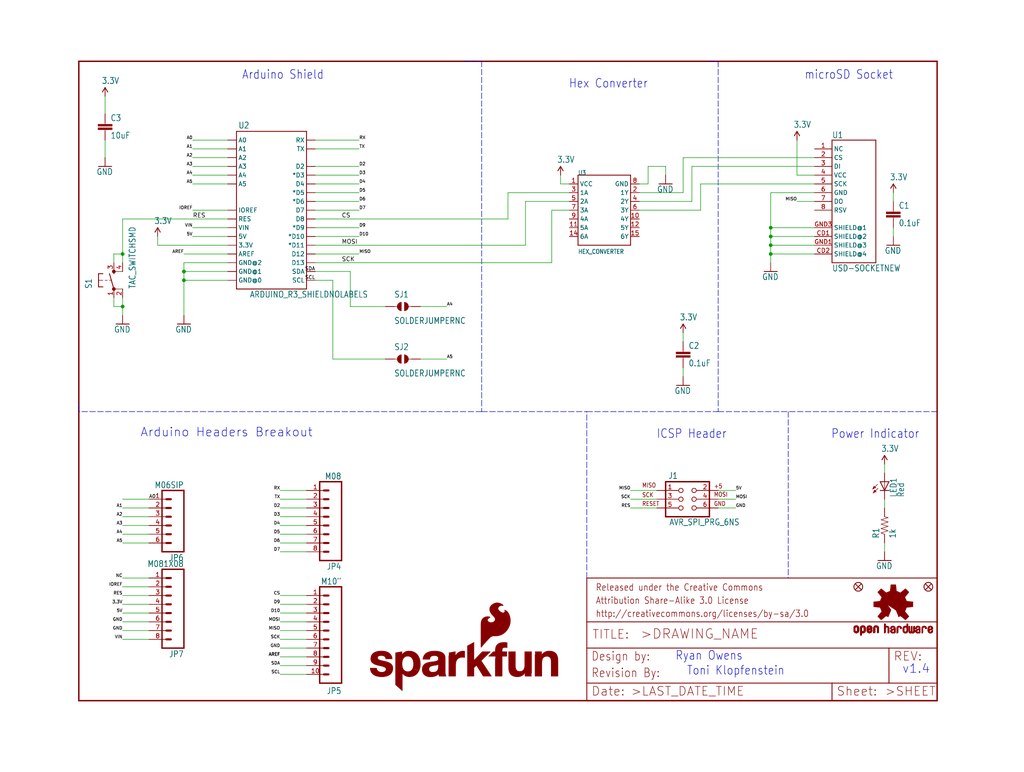
<source format=kicad_sch>
(kicad_sch (version 20211123) (generator eeschema)
  (paper "User" 297.002 223.926)
  (lib_symbols
    (symbol "schematicEagle-eagle-import:0.1UF-25V-5%(0603)"
      (property "Reference" "C" (at 1.524 2.921 0))
      (property "Value" "0.1UF-25V-5%(0603)" (at 1.524 -2.159 0))
      (symbol "0.1UF-25V-5%(0603)_1_0"
        (pin passive line (at 0 5.08 270) (length 2.54) (name "1") (number "1"))
        (pin passive line (at 0 -2.54 90) (length 2.54) (name "2") (number "2"))
      )
    )
    (symbol "schematicEagle-eagle-import:10UF-6.3V-20%(0603)"
      (property "Reference" "C" (at 1.524 2.921 0))
      (property "Value" "10UF-6.3V-20%(0603)" (at 1.524 -2.159 0))
      (symbol "10UF-6.3V-20%(0603)_1_0"
        (pin passive line (at 0 5.08 270) (length 2.54) (name "1") (number "1"))
        (pin passive line (at 0 -2.54 90) (length 2.54) (name "2") (number "2"))
      )
    )
    (symbol "schematicEagle-eagle-import:3.3V" (power)
      (property "Value" "3.3V" (at -1.016 3.556 0))
      (symbol "3.3V_1_0"
        (pin power_in line (at 0 0 90) (length 2.54) (name "3.3V") (number "1"))
      )
    )
    (symbol "schematicEagle-eagle-import:ARDUINO_R3_SHIELDNOLABELS"
      (property "Value" "ARDUINO_R3_SHIELDNOLABELS" (at -6.35 -27.94 0))
      (symbol "ARDUINO_R3_SHIELDNOLABELS_1_0"
        (pin bidirectional line (at -12.7 -12.7 0) (length 2.54) (name "3.3V") (number "3.3V"))
        (pin bidirectional line (at -12.7 -10.16 0) (length 2.54) (name "5V") (number "5V"))
        (pin bidirectional line (at -12.7 17.78 0) (length 2.54) (name "A0") (number "A0"))
        (pin bidirectional line (at -12.7 15.24 0) (length 2.54) (name "A1") (number "A1"))
        (pin bidirectional line (at -12.7 12.7 0) (length 2.54) (name "A2") (number "A2"))
        (pin bidirectional line (at -12.7 10.16 0) (length 2.54) (name "A3") (number "A3"))
        (pin bidirectional line (at -12.7 7.62 0) (length 2.54) (name "A4") (number "A4"))
        (pin bidirectional line (at -12.7 5.08 0) (length 2.54) (name "A5") (number "A5"))
        (pin bidirectional line (at -12.7 -15.24 0) (length 2.54) (name "AREF") (number "AREF"))
        (pin bidirectional line (at 12.7 -10.16 180) (length 2.54) (name "*D10") (number "D10"))
        (pin bidirectional line (at 12.7 -12.7 180) (length 2.54) (name "*D11") (number "D11"))
        (pin bidirectional line (at 12.7 -15.24 180) (length 2.54) (name "D12") (number "D12"))
        (pin bidirectional line (at 12.7 -17.78 180) (length 2.54) (name "D13") (number "D13"))
        (pin bidirectional line (at 12.7 10.16 180) (length 2.54) (name "D2") (number "D2"))
        (pin bidirectional line (at 12.7 7.62 180) (length 2.54) (name "*D3") (number "D3"))
        (pin bidirectional line (at 12.7 5.08 180) (length 2.54) (name "D4") (number "D4"))
        (pin bidirectional line (at 12.7 2.54 180) (length 2.54) (name "*D5") (number "D5"))
        (pin bidirectional line (at 12.7 0 180) (length 2.54) (name "*D6") (number "D6"))
        (pin bidirectional line (at 12.7 -2.54 180) (length 2.54) (name "D7") (number "D7"))
        (pin bidirectional line (at 12.7 -5.08 180) (length 2.54) (name "D8") (number "D8"))
        (pin bidirectional line (at 12.7 -7.62 180) (length 2.54) (name "*D9") (number "D9"))
        (pin bidirectional line (at -12.7 -22.86 0) (length 2.54) (name "GND@0") (number "GND@0"))
        (pin bidirectional line (at -12.7 -20.32 0) (length 2.54) (name "GND@1") (number "GND@1"))
        (pin bidirectional line (at -12.7 -17.78 0) (length 2.54) (name "GND@2") (number "GND@2"))
        (pin bidirectional line (at -12.7 -2.54 0) (length 2.54) (name "IOREF") (number "IOREF"))
        (pin bidirectional line (at -12.7 -5.08 0) (length 2.54) (name "RES") (number "RES"))
        (pin bidirectional line (at 12.7 17.78 180) (length 2.54) (name "RX") (number "RX"))
        (pin bidirectional line (at 12.7 -22.86 180) (length 2.54) (name "SCL") (number "SCL"))
        (pin bidirectional line (at 12.7 -20.32 180) (length 2.54) (name "SDA") (number "SDA"))
        (pin bidirectional line (at 12.7 15.24 180) (length 2.54) (name "TX") (number "TX"))
        (pin bidirectional line (at -12.7 -7.62 0) (length 2.54) (name "VIN") (number "VIN"))
      )
    )
    (symbol "schematicEagle-eagle-import:AVR_SPI_PRG_6NS"
      (property "Reference" "J" (at -4.318 5.842 0))
      (property "Value" "AVR_SPI_PRG_6NS" (at -4.064 -7.62 0))
      (symbol "AVR_SPI_PRG_6NS_1_0"
        (text "+5" (at 8.89 3.048 0) (effects (font (size 1.27 1.0795)) (justify left bottom)))
        (text "GND" (at 8.89 -2.032 0) (effects (font (size 1.27 1.0795)) (justify left bottom)))
        (text "MISO" (at -11.938 3.302 0) (effects (font (size 1.27 1.0795)) (justify left bottom)))
        (text "MOSI" (at 8.89 0.635 0) (effects (font (size 1.27 1.0795)) (justify left bottom)))
        (text "RESET" (at -11.938 -2.032 0) (effects (font (size 1.27 1.0795)) (justify left bottom)))
        (text "SCK" (at -11.938 0.508 0) (effects (font (size 1.27 1.0795)) (justify left bottom)))
        (pin passive inverted (at -7.62 2.54 0) (length 7.62) (name "1") (number "1"))
        (pin passive inverted (at 10.16 2.54 180) (length 7.62) (name "2") (number "2"))
        (pin passive inverted (at -7.62 0 0) (length 7.62) (name "3") (number "3"))
        (pin passive inverted (at 10.16 0 180) (length 7.62) (name "4") (number "4"))
        (pin passive inverted (at -7.62 -2.54 0) (length 7.62) (name "5") (number "5"))
        (pin passive inverted (at 10.16 -2.54 180) (length 7.62) (name "6") (number "6"))
      )
    )
    (symbol "schematicEagle-eagle-import:FIDUCIAL1X2")
    (symbol "schematicEagle-eagle-import:FRAME-LETTER"
      (symbol "FRAME-LETTER_2_0"
        (text ">DRAWING_NAME" (at 15.494 17.78 0) (effects (font (size 2.7432 2.7432)) (justify left bottom)))
        (text ">LAST_DATE_TIME" (at 12.7 1.27 0) (effects (font (size 2.54 2.54)) (justify left bottom)))
        (text ">SHEET" (at 86.36 1.27 0) (effects (font (size 2.54 2.54)) (justify left bottom)))
        (text "Attribution Share-Alike 3.0 License" (at 2.54 27.94 0) (effects (font (size 1.9304 1.6408)) (justify left bottom)))
        (text "Date:" (at 1.27 1.27 0) (effects (font (size 2.54 2.54)) (justify left bottom)))
        (text "Design by:" (at 1.27 11.43 0) (effects (font (size 2.54 2.159)) (justify left bottom)))
        (text "http://creativecommons.org/licenses/by-sa/3.0" (at 2.54 24.13 0) (effects (font (size 1.9304 1.6408)) (justify left bottom)))
        (text "Released under the Creative Commons" (at 2.54 31.75 0) (effects (font (size 1.9304 1.6408)) (justify left bottom)))
        (text "REV:" (at 88.9 11.43 0) (effects (font (size 2.54 2.54)) (justify left bottom)))
        (text "Sheet:" (at 72.39 1.27 0) (effects (font (size 2.54 2.54)) (justify left bottom)))
        (text "TITLE:" (at 1.524 17.78 0) (effects (font (size 2.54 2.54)) (justify left bottom)))
      )
    )
    (symbol "schematicEagle-eagle-import:GND" (power)
      (property "Value" "GND" (at -2.54 -2.54 0))
      (symbol "GND_1_0"
        (pin power_in line (at 0 2.54 270) (length 2.54) (name "GND") (number "1"))
      )
    )
    (symbol "schematicEagle-eagle-import:HEX_CONVERTER"
      (property "Reference" "U" (at -7.62 10.16 0))
      (property "Value" "HEX_CONVERTER" (at -7.62 -12.7 0))
      (symbol "HEX_CONVERTER_1_0"
        (pin bidirectional line (at -10.16 7.62 0) (length 2.54) (name "VCC") (number "1"))
        (pin bidirectional line (at 10.16 -2.54 180) (length 2.54) (name "4Y") (number "10"))
        (pin bidirectional line (at -10.16 -5.08 0) (length 2.54) (name "5A") (number "11"))
        (pin bidirectional line (at 10.16 -5.08 180) (length 2.54) (name "5Y") (number "12"))
        (pin bidirectional line (at -10.16 -7.62 0) (length 2.54) (name "6A") (number "14"))
        (pin bidirectional line (at 10.16 -7.62 180) (length 2.54) (name "6Y") (number "15"))
        (pin bidirectional line (at 10.16 5.08 180) (length 2.54) (name "1Y") (number "2"))
        (pin bidirectional line (at -10.16 5.08 0) (length 2.54) (name "1A") (number "3"))
        (pin bidirectional line (at 10.16 2.54 180) (length 2.54) (name "2Y") (number "4"))
        (pin bidirectional line (at -10.16 2.54 0) (length 2.54) (name "2A") (number "5"))
        (pin bidirectional line (at 10.16 0 180) (length 2.54) (name "3Y") (number "6"))
        (pin bidirectional line (at -10.16 0 0) (length 2.54) (name "3A") (number "7"))
        (pin bidirectional line (at 10.16 7.62 180) (length 2.54) (name "GND") (number "8"))
        (pin bidirectional line (at -10.16 -2.54 0) (length 2.54) (name "4A") (number "9"))
      )
    )
    (symbol "schematicEagle-eagle-import:LED0603"
      (property "Reference" "LED" (at 3.556 -4.572 90))
      (property "Value" "LED0603" (at 5.715 -4.572 90))
      (symbol "LED0603_1_0"
        (pin passive line (at 0 2.54 270) (length 2.54) (name "A") (number "A"))
        (pin passive line (at 0 -5.08 90) (length 2.54) (name "C") (number "C"))
      )
    )
    (symbol "schematicEagle-eagle-import:M06SIP"
      (property "Reference" "JP" (at -5.08 10.922 0))
      (property "Value" "M06SIP" (at -5.08 -10.16 0))
      (symbol "M06SIP_1_0"
        (pin passive line (at 5.08 -5.08 180) (length 5.08) (name "1") (number "1"))
        (pin passive line (at 5.08 -2.54 180) (length 5.08) (name "2") (number "2"))
        (pin passive line (at 5.08 0 180) (length 5.08) (name "3") (number "3"))
        (pin passive line (at 5.08 2.54 180) (length 5.08) (name "4") (number "4"))
        (pin passive line (at 5.08 5.08 180) (length 5.08) (name "5") (number "5"))
        (pin passive line (at 5.08 7.62 180) (length 5.08) (name "6") (number "6"))
      )
    )
    (symbol "schematicEagle-eagle-import:M08"
      (property "Reference" "JP" (at -5.08 13.462 0))
      (property "Value" "M08" (at -5.08 -12.7 0))
      (symbol "M08_1_0"
        (pin passive line (at 5.08 -7.62 180) (length 5.08) (name "1") (number "1"))
        (pin passive line (at 5.08 -5.08 180) (length 5.08) (name "2") (number "2"))
        (pin passive line (at 5.08 -2.54 180) (length 5.08) (name "3") (number "3"))
        (pin passive line (at 5.08 0 180) (length 5.08) (name "4") (number "4"))
        (pin passive line (at 5.08 2.54 180) (length 5.08) (name "5") (number "5"))
        (pin passive line (at 5.08 5.08 180) (length 5.08) (name "6") (number "6"))
        (pin passive line (at 5.08 7.62 180) (length 5.08) (name "7") (number "7"))
        (pin passive line (at 5.08 10.16 180) (length 5.08) (name "8") (number "8"))
      )
    )
    (symbol "schematicEagle-eagle-import:M081X08"
      (property "Reference" "JP" (at -5.08 13.462 0))
      (property "Value" "M081X08" (at -5.08 -12.7 0))
      (symbol "M081X08_1_0"
        (pin passive line (at 5.08 -7.62 180) (length 5.08) (name "1") (number "1"))
        (pin passive line (at 5.08 -5.08 180) (length 5.08) (name "2") (number "2"))
        (pin passive line (at 5.08 -2.54 180) (length 5.08) (name "3") (number "3"))
        (pin passive line (at 5.08 0 180) (length 5.08) (name "4") (number "4"))
        (pin passive line (at 5.08 2.54 180) (length 5.08) (name "5") (number "5"))
        (pin passive line (at 5.08 5.08 180) (length 5.08) (name "6") (number "6"))
        (pin passive line (at 5.08 7.62 180) (length 5.08) (name "7") (number "7"))
        (pin passive line (at 5.08 10.16 180) (length 5.08) (name "8") (number "8"))
      )
    )
    (symbol "schematicEagle-eagle-import:M10{dblquote}"
      (property "Reference" "JP" (at 0 8.89 0))
      (property "Value" "M10{dblquote}" (at 0 -22.86 0))
      (symbol "M10{dblquote}_1_0"
        (pin passive line (at 10.16 -17.78 180) (length 5.08) (name "1") (number "1"))
        (pin passive line (at 10.16 5.08 180) (length 5.08) (name "10") (number "10"))
        (pin passive line (at 10.16 -15.24 180) (length 5.08) (name "2") (number "2"))
        (pin passive line (at 10.16 -12.7 180) (length 5.08) (name "3") (number "3"))
        (pin passive line (at 10.16 -10.16 180) (length 5.08) (name "4") (number "4"))
        (pin passive line (at 10.16 -7.62 180) (length 5.08) (name "5") (number "5"))
        (pin passive line (at 10.16 -5.08 180) (length 5.08) (name "6") (number "6"))
        (pin passive line (at 10.16 -2.54 180) (length 5.08) (name "7") (number "7"))
        (pin passive line (at 10.16 0 180) (length 5.08) (name "8") (number "8"))
        (pin passive line (at 10.16 2.54 180) (length 5.08) (name "9") (number "9"))
      )
    )
    (symbol "schematicEagle-eagle-import:OSHW-LOGOM")
    (symbol "schematicEagle-eagle-import:RESISTOR0603-RES"
      (property "Reference" "R" (at -3.81 1.4986 0))
      (property "Value" "RESISTOR0603-RES" (at -3.81 -3.302 0))
      (symbol "RESISTOR0603-RES_1_0"
        (pin passive line (at -5.08 0 0) (length 2.54) (name "1") (number "1"))
        (pin passive line (at 5.08 0 180) (length 2.54) (name "2") (number "2"))
      )
    )
    (symbol "schematicEagle-eagle-import:REVISION"
      (symbol "REVISION_1_0"
        (text "Revision By: " (at 0 0 0) (effects (font (size 2.54 2.159)) (justify left bottom)))
      )
    )
    (symbol "schematicEagle-eagle-import:SFE_LOGO_FLAME.6_INCH")
    (symbol "schematicEagle-eagle-import:SFE_LOGO_NAME_FLAME.1_INCH")
    (symbol "schematicEagle-eagle-import:SOLDERJUMPERNC"
      (property "Reference" "SJ" (at -2.54 2.54 0))
      (property "Value" "SOLDERJUMPERNC" (at -2.54 -5.08 0))
      (symbol "SOLDERJUMPERNC_1_0"
        (pin passive line (at -5.08 0 0) (length 2.54) (name "1") (number "1"))
        (pin passive line (at 5.08 0 180) (length 2.54) (name "2") (number "2"))
      )
    )
    (symbol "schematicEagle-eagle-import:TAC_SWITCHSMD"
      (property "Reference" "S" (at -2.54 6.35 0))
      (property "Value" "TAC_SWITCHSMD" (at -2.54 -6.35 0))
      (symbol "TAC_SWITCHSMD_1_0"
        (pin passive line (at -5.08 0 0) (length 2.54) (name "1") (number "1"))
        (pin passive line (at -5.08 -2.54 0) (length 2.54) (name "2") (number "2"))
        (pin passive line (at 5.08 0 180) (length 2.54) (name "3") (number "3"))
        (pin passive line (at 5.08 -2.54 180) (length 2.54) (name "4") (number "4"))
      )
    )
    (symbol "schematicEagle-eagle-import:USD-SOCKETNEW"
      (property "Reference" "U" (at -2.54 15.748 0))
      (property "Value" "USD-SOCKETNEW" (at -2.54 -22.86 0))
      (symbol "USD-SOCKETNEW_1_0"
        (pin bidirectional line (at -7.62 12.7 0) (length 5.08) (name "NC") (number "1"))
        (pin bidirectional line (at -7.62 10.16 0) (length 5.08) (name "CS") (number "2"))
        (pin bidirectional line (at -7.62 7.62 0) (length 5.08) (name "DI") (number "3"))
        (pin bidirectional line (at -7.62 5.08 0) (length 5.08) (name "VCC") (number "4"))
        (pin bidirectional line (at -7.62 2.54 0) (length 5.08) (name "SCK") (number "5"))
        (pin bidirectional line (at -7.62 0 0) (length 5.08) (name "GND") (number "6"))
        (pin bidirectional line (at -7.62 -2.54 0) (length 5.08) (name "DO") (number "7"))
        (pin bidirectional line (at -7.62 -5.08 0) (length 5.08) (name "RSV") (number "8"))
        (pin bidirectional line (at -7.62 -12.7 0) (length 5.08) (name "SHIELD@2") (number "CD1"))
        (pin bidirectional line (at -7.62 -17.78 0) (length 5.08) (name "SHIELD@4") (number "CD2"))
        (pin bidirectional line (at -7.62 -15.24 0) (length 5.08) (name "SHIELD@3") (number "GND1"))
        (pin bidirectional line (at -7.62 -10.16 0) (length 5.08) (name "SHIELD@1") (number "GND3"))
      )
    )
  )
  (junction (at 223.52 68.58))
  (junction (at 53.34 78.74))
  (junction (at 223.52 66.04))
  (junction (at 223.52 71.12))
  (junction (at 223.52 73.66))
  (junction (at 35.56 88.9))
  (junction (at 35.56 73.66))
  (junction (at 53.34 81.28))
  (wire (pts (xy 152.4 71.12) (xy 91.44 71.12)))
  (wire (pts (xy 236.22 73.66) (xy 223.52 73.66)))
  (wire (pts (xy 198.12 96.52) (xy 198.12 99.06)))
  (wire (pts (xy 91.44 60.96) (xy 104.14 60.96)))
  (wire (pts (xy 198.12 45.72) (xy 236.22 45.72)))
  (polyline (pts (xy 139.7 17.78) (xy 139.7 119.38)))
  (wire (pts (xy 66.04 40.64) (xy 55.88 40.64)))
  (wire (pts (xy 236.22 58.42) (xy 231.14 58.42)))
  (wire (pts (xy 91.44 81.28) (xy 96.52 81.28)))
  (wire (pts (xy 43.18 157.48) (xy 35.56 157.48)))
  (wire (pts (xy 43.18 185.42) (xy 35.56 185.42)))
  (wire (pts (xy 121.92 104.14) (xy 129.54 104.14)))
  (wire (pts (xy 66.04 76.2) (xy 53.34 76.2)))
  (wire (pts (xy 165.1 55.88) (xy 147.32 55.88)))
  (wire (pts (xy 53.34 81.28) (xy 53.34 91.44)))
  (wire (pts (xy 223.52 68.58) (xy 223.52 71.12)))
  (wire (pts (xy 88.9 187.96) (xy 81.28 187.96)))
  (wire (pts (xy 66.04 45.72) (xy 55.88 45.72)))
  (wire (pts (xy 33.02 73.66) (xy 35.56 73.66)))
  (wire (pts (xy 91.44 63.5) (xy 147.32 63.5)))
  (wire (pts (xy 259.08 66.04) (xy 259.08 68.58)))
  (wire (pts (xy 43.18 154.94) (xy 35.56 154.94)))
  (polyline (pts (xy 22.86 119.38) (xy 22.86 116.84)))
  (wire (pts (xy 236.22 66.04) (xy 223.52 66.04)))
  (wire (pts (xy 91.44 43.18) (xy 104.14 43.18)))
  (polyline (pts (xy 208.28 17.78) (xy 208.28 119.38)))
  (wire (pts (xy 190.5 142.24) (xy 182.88 142.24)))
  (wire (pts (xy 147.32 55.88) (xy 147.32 63.5)))
  (polyline (pts (xy 170.18 119.38) (xy 208.28 119.38)))
  (wire (pts (xy 165.1 53.34) (xy 162.56 53.34)))
  (wire (pts (xy 198.12 106.68) (xy 198.12 109.22)))
  (wire (pts (xy 193.04 48.26) (xy 193.04 50.8)))
  (wire (pts (xy 88.9 185.42) (xy 81.28 185.42)))
  (polyline (pts (xy 205.74 17.78) (xy 208.28 17.78)))
  (wire (pts (xy 88.9 149.86) (xy 81.28 149.86)))
  (wire (pts (xy 236.22 71.12) (xy 223.52 71.12)))
  (wire (pts (xy 187.96 48.26) (xy 193.04 48.26)))
  (wire (pts (xy 45.72 71.12) (xy 45.72 68.58)))
  (wire (pts (xy 256.54 144.78) (xy 256.54 147.32)))
  (wire (pts (xy 88.9 175.26) (xy 81.28 175.26)))
  (wire (pts (xy 66.04 66.04) (xy 55.88 66.04)))
  (wire (pts (xy 66.04 48.26) (xy 55.88 48.26)))
  (wire (pts (xy 91.44 55.88) (xy 104.14 55.88)))
  (wire (pts (xy 91.44 66.04) (xy 104.14 66.04)))
  (wire (pts (xy 96.52 81.28) (xy 96.52 104.14)))
  (wire (pts (xy 43.18 152.4) (xy 35.56 152.4)))
  (wire (pts (xy 66.04 50.8) (xy 55.88 50.8)))
  (wire (pts (xy 88.9 152.4) (xy 81.28 152.4)))
  (wire (pts (xy 160.02 76.2) (xy 91.44 76.2)))
  (wire (pts (xy 223.52 71.12) (xy 223.52 73.66)))
  (wire (pts (xy 185.42 53.34) (xy 187.96 53.34)))
  (wire (pts (xy 187.96 53.34) (xy 187.96 48.26)))
  (wire (pts (xy 91.44 40.64) (xy 104.14 40.64)))
  (wire (pts (xy 203.2 60.96) (xy 185.42 60.96)))
  (wire (pts (xy 165.1 58.42) (xy 152.4 58.42)))
  (wire (pts (xy 208.28 142.24) (xy 213.36 142.24)))
  (wire (pts (xy 33.02 86.36) (xy 33.02 88.9)))
  (wire (pts (xy 88.9 142.24) (xy 81.28 142.24)))
  (wire (pts (xy 66.04 78.74) (xy 53.34 78.74)))
  (wire (pts (xy 66.04 68.58) (xy 55.88 68.58)))
  (wire (pts (xy 30.48 40.64) (xy 30.48 45.72)))
  (wire (pts (xy 236.22 68.58) (xy 223.52 68.58)))
  (wire (pts (xy 91.44 73.66) (xy 104.14 73.66)))
  (wire (pts (xy 259.08 55.88) (xy 259.08 58.42)))
  (wire (pts (xy 88.9 157.48) (xy 81.28 157.48)))
  (wire (pts (xy 66.04 63.5) (xy 35.56 63.5)))
  (wire (pts (xy 88.9 190.5) (xy 81.28 190.5)))
  (wire (pts (xy 236.22 53.34) (xy 203.2 53.34)))
  (polyline (pts (xy 208.28 119.38) (xy 228.6 119.38)))
  (wire (pts (xy 236.22 55.88) (xy 223.52 55.88)))
  (wire (pts (xy 223.52 73.66) (xy 223.52 76.2)))
  (wire (pts (xy 190.5 147.32) (xy 182.88 147.32)))
  (wire (pts (xy 88.9 144.78) (xy 81.28 144.78)))
  (wire (pts (xy 66.04 73.66) (xy 53.34 73.66)))
  (wire (pts (xy 160.02 60.96) (xy 165.1 60.96)))
  (wire (pts (xy 208.28 147.32) (xy 213.36 147.32)))
  (wire (pts (xy 43.18 182.88) (xy 35.56 182.88)))
  (wire (pts (xy 43.18 177.8) (xy 35.56 177.8)))
  (wire (pts (xy 66.04 71.12) (xy 45.72 71.12)))
  (wire (pts (xy 43.18 167.64) (xy 35.56 167.64)))
  (wire (pts (xy 33.02 88.9) (xy 35.56 88.9)))
  (wire (pts (xy 190.5 144.78) (xy 182.88 144.78)))
  (wire (pts (xy 88.9 180.34) (xy 81.28 180.34)))
  (wire (pts (xy 88.9 177.8) (xy 81.28 177.8)))
  (wire (pts (xy 35.56 88.9) (xy 35.56 91.44)))
  (wire (pts (xy 88.9 172.72) (xy 81.28 172.72)))
  (wire (pts (xy 88.9 193.04) (xy 81.28 193.04)))
  (wire (pts (xy 91.44 53.34) (xy 104.14 53.34)))
  (wire (pts (xy 96.52 104.14) (xy 111.76 104.14)))
  (wire (pts (xy 43.18 144.78) (xy 35.56 144.78)))
  (wire (pts (xy 200.66 58.42) (xy 200.66 48.26)))
  (wire (pts (xy 91.44 58.42) (xy 104.14 58.42)))
  (wire (pts (xy 185.42 58.42) (xy 200.66 58.42)))
  (polyline (pts (xy 228.6 119.38) (xy 228.6 167.64)))
  (wire (pts (xy 91.44 48.26) (xy 104.14 48.26)))
  (wire (pts (xy 208.28 144.78) (xy 213.36 144.78)))
  (polyline (pts (xy 134.62 17.78) (xy 139.7 17.78)))
  (polyline (pts (xy 170.18 167.64) (xy 170.18 119.38)))
  (wire (pts (xy 223.52 66.04) (xy 223.52 68.58)))
  (wire (pts (xy 160.02 76.2) (xy 160.02 60.96)))
  (wire (pts (xy 88.9 182.88) (xy 81.28 182.88)))
  (wire (pts (xy 203.2 53.34) (xy 203.2 60.96)))
  (wire (pts (xy 88.9 154.94) (xy 81.28 154.94)))
  (wire (pts (xy 43.18 170.18) (xy 35.56 170.18)))
  (wire (pts (xy 30.48 27.94) (xy 30.48 33.02)))
  (polyline (pts (xy 271.78 119.38) (xy 228.6 119.38)))
  (wire (pts (xy 43.18 149.86) (xy 35.56 149.86)))
  (wire (pts (xy 231.14 50.8) (xy 231.14 40.64)))
  (wire (pts (xy 223.52 55.88) (xy 223.52 66.04)))
  (wire (pts (xy 33.02 76.2) (xy 33.02 73.66)))
  (wire (pts (xy 198.12 55.88) (xy 198.12 45.72)))
  (wire (pts (xy 35.56 73.66) (xy 35.56 76.2)))
  (wire (pts (xy 162.56 53.34) (xy 162.56 50.8)))
  (wire (pts (xy 43.18 175.26) (xy 35.56 175.26)))
  (wire (pts (xy 152.4 58.42) (xy 152.4 71.12)))
  (wire (pts (xy 185.42 55.88) (xy 198.12 55.88)))
  (wire (pts (xy 66.04 81.28) (xy 53.34 81.28)))
  (wire (pts (xy 236.22 48.26) (xy 200.66 48.26)))
  (wire (pts (xy 91.44 78.74) (xy 101.6 78.74)))
  (wire (pts (xy 91.44 68.58) (xy 104.14 68.58)))
  (wire (pts (xy 88.9 160.02) (xy 81.28 160.02)))
  (wire (pts (xy 256.54 137.16) (xy 256.54 134.62)))
  (wire (pts (xy 43.18 172.72) (xy 35.56 172.72)))
  (wire (pts (xy 88.9 147.32) (xy 81.28 147.32)))
  (wire (pts (xy 43.18 147.32) (xy 35.56 147.32)))
  (wire (pts (xy 66.04 43.18) (xy 55.88 43.18)))
  (wire (pts (xy 43.18 180.34) (xy 35.56 180.34)))
  (wire (pts (xy 35.56 86.36) (xy 35.56 88.9)))
  (wire (pts (xy 91.44 50.8) (xy 104.14 50.8)))
  (polyline (pts (xy 139.7 119.38) (xy 170.18 119.38)))
  (wire (pts (xy 101.6 88.9) (xy 111.76 88.9)))
  (wire (pts (xy 236.22 50.8) (xy 231.14 50.8)))
  (wire (pts (xy 66.04 60.96) (xy 55.88 60.96)))
  (wire (pts (xy 66.04 53.34) (xy 55.88 53.34)))
  (wire (pts (xy 35.56 63.5) (xy 35.56 73.66)))
  (wire (pts (xy 101.6 78.74) (xy 101.6 88.9)))
  (wire (pts (xy 88.9 195.58) (xy 81.28 195.58)))
  (wire (pts (xy 53.34 78.74) (xy 53.34 81.28)))
  (polyline (pts (xy 139.7 119.38) (xy 22.86 119.38)))
  (wire (pts (xy 256.54 157.48) (xy 256.54 160.02)))
  (wire (pts (xy 53.34 76.2) (xy 53.34 78.74)))
  (wire (pts (xy 121.92 88.9) (xy 129.54 88.9)))
  (text "v1.4" (at 261.62 195.58 180) (effects (font (size 2.54 2.54)) (justify left bottom)))
  (text "ICSP Header" (at 210.82 124.46 180) (effects (font (size 2.54 2.159)) (justify right top)))
  (text "Ryan Owens" (at 195.834 191.77 180) (effects (font (size 2.54 2.159)) (justify left bottom)))
  (text "Power Indicator" (at 266.7 124.46 180) (effects (font (size 2.54 2.159)) (justify right top)))
  (text "Arduino Shield" (at 93.98 20.32 180) (effects (font (size 2.54 2.159)) (justify right top)))
  (text "Hex Converter" (at 187.96 22.86 180) (effects (font (size 2.54 2.159)) (justify right top)))
  (text "Arduino Headers Breakout" (at 40.64 127 180) (effects (font (size 2.54 2.54)) (justify left bottom)))
  (text "Toni Klopfenstein" (at 199.136 196.088 180) (effects (font (size 2.54 2.159)) (justify left bottom)))
  (text "microSD Socket" (at 259.08 20.32 180) (effects (font (size 2.54 2.159)) (justify right top)))
  (label "D3" (at 104.14 50.8 0) (effects (font (size 0.889 0.889))))
  (label "IOREF" (at 55.88 60.96 180) (effects (font (size 0.889 0.889))))
  (label "MOSI" (at 213.36 144.78 0) (effects (font (size 0.889 0.889))))
  (label "D9" (at 81.28 175.26 180) (effects (font (size 0.889 0.889))))
  (label "GND" (at 81.28 187.96 180) (effects (font (size 0.889 0.889))))
  (label "D4" (at 104.14 53.34 0) (effects (font (size 0.889 0.889))))
  (label "SCK" (at 99.06 76.2 0) (effects (font (size 1.2446 1.2446))))
  (label "VIN" (at 55.88 66.04 180) (effects (font (size 0.889 0.889))))
  (label "D6" (at 81.28 157.48 180) (effects (font (size 0.889 0.889))))
  (label "RX" (at 104.14 40.64 0) (effects (font (size 0.889 0.889))))
  (label "SCL" (at 81.28 195.58 180) (effects (font (size 0.889 0.889))))
  (label "D6" (at 104.14 58.42 0) (effects (font (size 0.889 0.889))))
  (label "D2" (at 81.28 147.32 180) (effects (font (size 0.889 0.889))))
  (label "GND" (at 35.56 182.88 180) (effects (font (size 0.889 0.889))))
  (label "TX" (at 81.28 144.78 180) (effects (font (size 0.889 0.889))))
  (label "D7" (at 81.28 160.02 180) (effects (font (size 0.889 0.889))))
  (label "D4" (at 81.28 152.4 180) (effects (font (size 0.889 0.889))))
  (label "GND" (at 213.36 147.32 0) (effects (font (size 0.889 0.889))))
  (label "MISO" (at 182.88 142.24 180) (effects (font (size 0.889 0.889))))
  (label "AREF" (at 81.28 190.5 180) (effects (font (size 0.889 0.889))))
  (label "5V" (at 55.88 68.58 180) (effects (font (size 0.889 0.889))))
  (label "5V" (at 213.36 142.24 0) (effects (font (size 0.889 0.889))))
  (label "MISO" (at 81.28 182.88 180) (effects (font (size 0.889 0.889))))
  (label "CS" (at 81.28 172.72 180) (effects (font (size 0.889 0.889))))
  (label "SCL" (at 91.44 81.28 180) (effects (font (size 1.016 1.016))))
  (label "D5" (at 81.28 154.94 180) (effects (font (size 0.889 0.889))))
  (label "RX" (at 81.28 142.24 180) (effects (font (size 0.889 0.889))))
  (label "A0" (at 55.88 40.64 180) (effects (font (size 0.889 0.889))))
  (label "5V" (at 35.56 177.8 180) (effects (font (size 0.889 0.889))))
  (label "D9" (at 104.14 66.04 0) (effects (font (size 0.889 0.889))))
  (label "IOREF" (at 35.56 170.18 180) (effects (font (size 0.889 0.889))))
  (label "A2" (at 35.56 149.86 180) (effects (font (size 0.889 0.889))))
  (label "MOSI" (at 81.28 180.34 180) (effects (font (size 0.889 0.889))))
  (label "A4" (at 55.88 50.8 180) (effects (font (size 0.889 0.889))))
  (label "A4" (at 129.54 88.9 0) (effects (font (size 0.889 0.889))))
  (label "GND" (at 35.56 180.34 180) (effects (font (size 0.889 0.889))))
  (label "TX" (at 104.14 43.18 0) (effects (font (size 0.889 0.889))))
  (label "A1" (at 55.88 43.18 180) (effects (font (size 0.889 0.889))))
  (label "AREF" (at 53.34 73.66 180) (effects (font (size 0.889 0.889))))
  (label "NC" (at 35.56 167.64 180) (effects (font (size 0.889 0.889))))
  (label "A0" (at 43.18 144.78 0) (effects (font (size 1.016 1.016))))
  (label "SCK" (at 81.28 185.42 180) (effects (font (size 0.889 0.889))))
  (label "A5" (at 129.54 104.14 0) (effects (font (size 0.889 0.889))))
  (label "D10" (at 81.28 177.8 180) (effects (font (size 0.889 0.889))))
  (label "A5" (at 35.56 157.48 180) (effects (font (size 0.889 0.889))))
  (label "A1" (at 35.56 147.32 180) (effects (font (size 0.889 0.889))))
  (label "A4" (at 35.56 154.94 180) (effects (font (size 0.889 0.889))))
  (label "D5" (at 104.14 55.88 0) (effects (font (size 0.889 0.889))))
  (label "D3" (at 81.28 149.86 180) (effects (font (size 0.889 0.889))))
  (label "CS" (at 99.06 63.5 0) (effects (font (size 1.2446 1.2446))))
  (label "MOSI" (at 99.06 71.12 0) (effects (font (size 1.2446 1.2446))))
  (label "AREF" (at 81.28 190.5 180) (effects (font (size 0.889 0.889))))
  (label "A3" (at 35.56 152.4 180) (effects (font (size 0.889 0.889))))
  (label "A3" (at 55.88 48.26 180) (effects (font (size 0.889 0.889))))
  (label "A2" (at 55.88 45.72 180) (effects (font (size 0.889 0.889))))
  (label "SDA" (at 81.28 193.04 180) (effects (font (size 0.889 0.889))))
  (label "VIN" (at 35.56 185.42 180) (effects (font (size 0.889 0.889))))
  (label "RES" (at 35.56 172.72 180) (effects (font (size 0.889 0.889))))
  (label "MISO" (at 231.14 58.42 180) (effects (font (size 0.889 0.889))))
  (label "D7" (at 104.14 60.96 0) (effects (font (size 0.889 0.889))))
  (label "D10" (at 104.14 68.58 0) (effects (font (size 0.889 0.889))))
  (label "D2" (at 104.14 48.26 0) (effects (font (size 0.889 0.889))))
  (label "RES" (at 182.88 147.32 180) (effects (font (size 0.889 0.889))))
  (label "3.3V" (at 35.56 175.26 180) (effects (font (size 0.889 0.889))))
  (label "RES" (at 55.88 63.5 0) (effects (font (size 1.2446 1.2446))))
  (label "SDA" (at 91.44 78.74 180) (effects (font (size 1.016 1.016))))
  (label "MISO" (at 104.14 73.66 0) (effects (font (size 0.889 0.889))))
  (label "A5" (at 55.88 53.34 180) (effects (font (size 0.889 0.889))))
  (label "SCK" (at 182.88 144.78 180) (effects (font (size 0.889 0.889))))
  (symbol (lib_id "schematicEagle-eagle-import:AVR_SPI_PRG_6NS") (at 198.12 144.78 0) (unit 1)
    (property "Reference" "J1" (at 193.802 138.938 0) (effects (font (size 1.778 1.5113)) (justify left bottom)))
    (property "Value" "AVR_SPI_PRG_6NS" (at 194.056 152.4 0) (effects (font (size 1.778 1.5113)) (justify left bottom)))
    (property "Footprint" "schematicEagle:2X3-NS" (effects hide))
  )
  (symbol (lib_id "schematicEagle-eagle-import:RESISTOR0603-RES") (at 256.54 152.4 90) (unit 1)
    (property "Reference" "R1" (at 255.0414 156.21 0) (effects (font (size 1.778 1.5113)) (justify left bottom)))
    (property "Value" "1k" (at 259.842 156.21 0) (effects (font (size 1.778 1.5113)) (justify left bottom)))
    (property "Footprint" "schematicEagle:0603-RES" (effects hide))
  )
  (symbol (lib_id "schematicEagle-eagle-import:0.1UF-25V-5%(0603)") (at 198.12 104.14 0) (unit 1)
    (property "Reference" "C2" (at 199.644 101.219 0) (effects (font (size 1.778 1.5113)) (justify left bottom)))
    (property "Value" "0.1uF" (at 199.644 106.299 0) (effects (font (size 1.778 1.5113)) (justify left bottom)))
    (property "Footprint" "schematicEagle:0603-CAP" (effects hide))
  )
  (symbol (lib_id "schematicEagle-eagle-import:FIDUCIAL1X2") (at 269.24 170.18 0) (unit 1)
    (property "Reference" "JP2" (effects hide))
    (property "Value" "FIDUCIAL1X2" (effects hide))
    (property "Footprint" "schematicEagle:FIDUCIAL-1X2" (effects hide))
  )
  (symbol (lib_id "schematicEagle-eagle-import:GND") (at 256.54 162.56 0) (unit 1)
    (property "Reference" "#GND3" (effects hide))
    (property "Value" "GND" (at 254 165.1 0) (effects (font (size 1.778 1.5113)) (justify left bottom)))
    (property "Footprint" "schematicEagle:" (effects hide))
  )
  (symbol (lib_id "schematicEagle-eagle-import:REVISION") (at 171.45 196.596 0) (unit 1)
    (property "Reference" "U$1" (effects hide))
    (property "Value" "REVISION" (effects hide))
    (property "Footprint" "schematicEagle:REVISION" (effects hide))
  )
  (symbol (lib_id "schematicEagle-eagle-import:GND") (at 223.52 78.74 0) (unit 1)
    (property "Reference" "#GND2" (effects hide))
    (property "Value" "GND" (at 220.98 81.28 0) (effects (font (size 1.778 1.5113)) (justify left bottom)))
    (property "Footprint" "schematicEagle:" (effects hide))
  )
  (symbol (lib_id "schematicEagle-eagle-import:3.3V") (at 162.56 50.8 0) (unit 1)
    (property "Reference" "#P+4" (effects hide))
    (property "Value" "3.3V" (at 161.544 47.244 0) (effects (font (size 1.778 1.5113)) (justify left bottom)))
    (property "Footprint" "schematicEagle:" (effects hide))
  )
  (symbol (lib_id "schematicEagle-eagle-import:0.1UF-25V-5%(0603)") (at 259.08 63.5 0) (unit 1)
    (property "Reference" "C1" (at 260.604 60.579 0) (effects (font (size 1.778 1.5113)) (justify left bottom)))
    (property "Value" "0.1uF" (at 260.604 65.659 0) (effects (font (size 1.778 1.5113)) (justify left bottom)))
    (property "Footprint" "schematicEagle:0603-CAP" (effects hide))
  )
  (symbol (lib_id "schematicEagle-eagle-import:FRAME-LETTER") (at 22.86 203.2 0) (unit 1)
    (property "Reference" "FRAME1" (effects hide))
    (property "Value" "FRAME-LETTER" (effects hide))
    (property "Footprint" "schematicEagle:CREATIVE_COMMONS" (effects hide))
  )
  (symbol (lib_id "schematicEagle-eagle-import:OSHW-LOGOM") (at 259.08 175.26 0) (unit 1)
    (property "Reference" "LOGO1" (effects hide))
    (property "Value" "OSHW-LOGOM" (effects hide))
    (property "Footprint" "schematicEagle:OSHW-LOGO-M" (effects hide))
  )
  (symbol (lib_id "schematicEagle-eagle-import:M10{dblquote}") (at 99.06 190.5 180) (unit 1)
    (property "Reference" "JP5" (at 99.06 199.39 0) (effects (font (size 1.778 1.5113)) (justify left bottom)))
    (property "Value" "M10{dblquote}" (at 99.06 167.64 0) (effects (font (size 1.778 1.5113)) (justify left bottom)))
    (property "Footprint" "schematicEagle:1X10" (effects hide))
  )
  (symbol (lib_id "schematicEagle-eagle-import:10UF-6.3V-20%(0603)") (at 30.48 38.1 0) (unit 1)
    (property "Reference" "C3" (at 32.004 35.179 0) (effects (font (size 1.778 1.5113)) (justify left bottom)))
    (property "Value" "10uF" (at 32.004 40.259 0) (effects (font (size 1.778 1.5113)) (justify left bottom)))
    (property "Footprint" "schematicEagle:0603-CAP" (effects hide))
  )
  (symbol (lib_id "schematicEagle-eagle-import:FIDUCIAL1X2") (at 248.92 170.18 0) (unit 1)
    (property "Reference" "JP3" (effects hide))
    (property "Value" "FIDUCIAL1X2" (effects hide))
    (property "Footprint" "schematicEagle:FIDUCIAL-1X2" (effects hide))
  )
  (symbol (lib_id "schematicEagle-eagle-import:3.3V") (at 259.08 55.88 0) (unit 1)
    (property "Reference" "#P+7" (effects hide))
    (property "Value" "3.3V" (at 258.064 52.324 0) (effects (font (size 1.778 1.5113)) (justify left bottom)))
    (property "Footprint" "schematicEagle:" (effects hide))
  )
  (symbol (lib_id "schematicEagle-eagle-import:GND") (at 259.08 71.12 0) (unit 1)
    (property "Reference" "#GND8" (effects hide))
    (property "Value" "GND" (at 256.54 73.66 0) (effects (font (size 1.778 1.5113)) (justify left bottom)))
    (property "Footprint" "schematicEagle:" (effects hide))
  )
  (symbol (lib_id "schematicEagle-eagle-import:3.3V") (at 30.48 27.94 0) (unit 1)
    (property "Reference" "#P+5" (effects hide))
    (property "Value" "3.3V" (at 29.464 24.384 0) (effects (font (size 1.778 1.5113)) (justify left bottom)))
    (property "Footprint" "schematicEagle:" (effects hide))
  )
  (symbol (lib_id "schematicEagle-eagle-import:HEX_CONVERTER") (at 175.26 60.96 0) (unit 1)
    (property "Reference" "U3" (at 167.64 50.8 0) (effects (font (size 1.27 1.0795)) (justify left bottom)))
    (property "Value" "HEX_CONVERTER" (at 167.64 73.66 0) (effects (font (size 1.27 1.0795)) (justify left bottom)))
    (property "Footprint" "schematicEagle:SO016" (effects hide))
  )
  (symbol (lib_id "schematicEagle-eagle-import:3.3V") (at 198.12 96.52 0) (unit 1)
    (property "Reference" "#P+6" (effects hide))
    (property "Value" "3.3V" (at 197.104 92.964 0) (effects (font (size 1.778 1.5113)) (justify left bottom)))
    (property "Footprint" "schematicEagle:" (effects hide))
  )
  (symbol (lib_id "schematicEagle-eagle-import:ARDUINO_R3_SHIELDNOLABELS") (at 78.74 58.42 0) (unit 1)
    (property "Reference" "U2" (at 69.088 37.338 0) (effects (font (size 1.778 1.5113)) (justify left bottom)))
    (property "Value" "ARDUINO_R3_SHIELDNOLABELS" (at 72.39 86.36 0) (effects (font (size 1.778 1.5113)) (justify left bottom)))
    (property "Footprint" "schematicEagle:UNO_R3_SHIELD_NOLABELS" (effects hide))
  )
  (symbol (lib_id "schematicEagle-eagle-import:M06SIP") (at 48.26 149.86 180) (unit 1)
    (property "Reference" "JP6" (at 53.34 160.782 0) (effects (font (size 1.778 1.5113)) (justify left bottom)))
    (property "Value" "M06SIP" (at 53.34 139.7 0) (effects (font (size 1.778 1.5113)) (justify left bottom)))
    (property "Footprint" "schematicEagle:1X06" (effects hide))
  )
  (symbol (lib_id "schematicEagle-eagle-import:SOLDERJUMPERNC") (at 116.84 88.9 0) (unit 1)
    (property "Reference" "SJ1" (at 114.3 86.36 0) (effects (font (size 1.778 1.5113)) (justify left bottom)))
    (property "Value" "SOLDERJUMPERNC" (at 114.3 93.98 0) (effects (font (size 1.778 1.5113)) (justify left bottom)))
    (property "Footprint" "schematicEagle:SJ_2S" (effects hide))
  )
  (symbol (lib_id "schematicEagle-eagle-import:M08") (at 93.98 149.86 180) (unit 1)
    (property "Reference" "JP4" (at 99.06 163.322 0) (effects (font (size 1.778 1.5113)) (justify left bottom)))
    (property "Value" "M08" (at 99.06 137.16 0) (effects (font (size 1.778 1.5113)) (justify left bottom)))
    (property "Footprint" "schematicEagle:1X08" (effects hide))
  )
  (symbol (lib_id "schematicEagle-eagle-import:M081X08") (at 48.26 175.26 180) (unit 1)
    (property "Reference" "JP7" (at 53.34 188.722 0) (effects (font (size 1.778 1.5113)) (justify left bottom)))
    (property "Value" "M081X08" (at 53.34 162.56 0) (effects (font (size 1.778 1.5113)) (justify left bottom)))
    (property "Footprint" "schematicEagle:1X08" (effects hide))
  )
  (symbol (lib_id "schematicEagle-eagle-import:GND") (at 35.56 93.98 0) (unit 1)
    (property "Reference" "#GND4" (effects hide))
    (property "Value" "GND" (at 33.02 96.52 0) (effects (font (size 1.778 1.5113)) (justify left bottom)))
    (property "Footprint" "schematicEagle:" (effects hide))
  )
  (symbol (lib_id "schematicEagle-eagle-import:FRAME-LETTER") (at 170.18 203.2 0) (unit 2)
    (property "Reference" "FRAME1" (effects hide))
    (property "Value" "FRAME-LETTER" (effects hide))
    (property "Footprint" "schematicEagle:CREATIVE_COMMONS" (effects hide))
  )
  (symbol (lib_id "schematicEagle-eagle-import:3.3V") (at 256.54 134.62 0) (unit 1)
    (property "Reference" "#P+3" (effects hide))
    (property "Value" "3.3V" (at 255.524 131.064 0) (effects (font (size 1.778 1.5113)) (justify left bottom)))
    (property "Footprint" "schematicEagle:" (effects hide))
  )
  (symbol (lib_id "schematicEagle-eagle-import:USD-SOCKETNEW") (at 243.84 55.88 0) (unit 1)
    (property "Reference" "U1" (at 241.3 40.132 0) (effects (font (size 1.778 1.5113)) (justify left bottom)))
    (property "Value" "USD-SOCKETNEW" (at 241.3 78.74 0) (effects (font (size 1.778 1.5113)) (justify left bottom)))
    (property "Footprint" "schematicEagle:MICRO-SD-SOCKET-PP" (effects hide))
  )
  (symbol (lib_id "schematicEagle-eagle-import:3.3V") (at 231.14 40.64 0) (unit 1)
    (property "Reference" "#P+2" (effects hide))
    (property "Value" "3.3V" (at 230.124 37.084 0) (effects (font (size 1.778 1.5113)) (justify left bottom)))
    (property "Footprint" "schematicEagle:" (effects hide))
  )
  (symbol (lib_id "schematicEagle-eagle-import:SOLDERJUMPERNC") (at 116.84 104.14 0) (unit 1)
    (property "Reference" "SJ2" (at 114.3 101.6 0) (effects (font (size 1.778 1.5113)) (justify left bottom)))
    (property "Value" "SOLDERJUMPERNC" (at 114.3 109.22 0) (effects (font (size 1.778 1.5113)) (justify left bottom)))
    (property "Footprint" "schematicEagle:SJ_2S" (effects hide))
  )
  (symbol (lib_id "schematicEagle-eagle-import:TAC_SWITCHSMD") (at 33.02 81.28 90) (unit 1)
    (property "Reference" "S1" (at 26.67 83.82 0) (effects (font (size 1.778 1.5113)) (justify left bottom)))
    (property "Value" "TAC_SWITCHSMD" (at 39.37 83.82 0) (effects (font (size 1.778 1.5113)) (justify left bottom)))
    (property "Footprint" "schematicEagle:TACTILE_SWITCH_SMD" (effects hide))
  )
  (symbol (lib_id "schematicEagle-eagle-import:GND") (at 193.04 53.34 0) (unit 1)
    (property "Reference" "#GND5" (effects hide))
    (property "Value" "GND" (at 190.5 55.88 0) (effects (font (size 1.778 1.5113)) (justify left bottom)))
    (property "Footprint" "schematicEagle:" (effects hide))
  )
  (symbol (lib_id "schematicEagle-eagle-import:LED0603") (at 256.54 139.7 0) (unit 1)
    (property "Reference" "LED1" (at 260.096 144.272 90) (effects (font (size 1.778 1.5113)) (justify left bottom)))
    (property "Value" "Red" (at 262.255 144.272 90) (effects (font (size 1.778 1.5113)) (justify left bottom)))
    (property "Footprint" "schematicEagle:LED-0603" (effects hide))
  )
  (symbol (lib_id "schematicEagle-eagle-import:3.3V") (at 45.72 68.58 0) (unit 1)
    (property "Reference" "#P+1" (effects hide))
    (property "Value" "3.3V" (at 44.704 65.024 0) (effects (font (size 1.778 1.5113)) (justify left bottom)))
    (property "Footprint" "schematicEagle:" (effects hide))
  )
  (symbol (lib_id "schematicEagle-eagle-import:GND") (at 198.12 111.76 0) (unit 1)
    (property "Reference" "#GND7" (effects hide))
    (property "Value" "GND" (at 195.58 114.3 0) (effects (font (size 1.778 1.5113)) (justify left bottom)))
    (property "Footprint" "schematicEagle:" (effects hide))
  )
  (symbol (lib_id "schematicEagle-eagle-import:GND") (at 53.34 93.98 0) (unit 1)
    (property "Reference" "#GND1" (effects hide))
    (property "Value" "GND" (at 50.8 96.52 0) (effects (font (size 1.778 1.5113)) (justify left bottom)))
    (property "Footprint" "schematicEagle:" (effects hide))
  )
  (symbol (lib_id "schematicEagle-eagle-import:GND") (at 30.48 48.26 0) (unit 1)
    (property "Reference" "#GND6" (effects hide))
    (property "Value" "GND" (at 27.94 50.8 0) (effects (font (size 1.778 1.5113)) (justify left bottom)))
    (property "Footprint" "schematicEagle:" (effects hide))
  )
  (symbol (lib_id "schematicEagle-eagle-import:SFE_LOGO_NAME_FLAME.1_INCH") (at 106.68 200.66 0) (unit 1)
    (property "Reference" "JP1" (effects hide))
    (property "Value" "SFE_LOGO_NAME_FLAME.1_INCH" (effects hide))
    (property "Footprint" "schematicEagle:SFE_LOGO_NAME_FLAME_.1" (effects hide))
  )
  (symbol (lib_id "schematicEagle-eagle-import:SFE_LOGO_FLAME.6_INCH") (at 139.192 188.214 0) (unit 1)
    (property "Reference" "LOGO2" (effects hide))
    (property "Value" "SFE_LOGO_FLAME.6_INCH" (effects hide))
    (property "Footprint" "schematicEagle:SFE_LOGO_FLAME_.6" (effects hide))
  )
)
</source>
